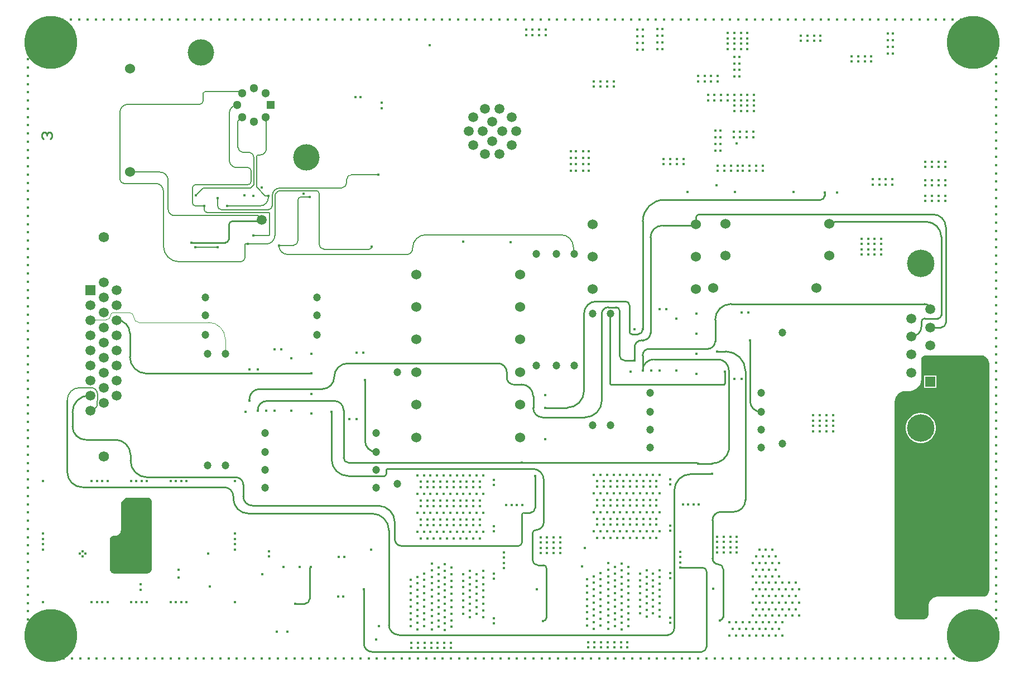
<source format=gbr>
%TF.GenerationSoftware,Altium Limited,Altium Designer,24.2.2 (26)*%
G04 Layer_Physical_Order=3*
G04 Layer_Color=36540*
%FSLAX45Y45*%
%MOMM*%
%TF.SameCoordinates,2C43E8B5-FC8E-40A2-A425-C8743FE8A27F*%
%TF.FilePolarity,Positive*%
%TF.FileFunction,Copper,L3,Inr,Signal*%
%TF.Part,Single*%
G01*
G75*
%TA.AperFunction,Conductor*%
%ADD10C,0.25400*%
%ADD11C,0.10000*%
%ADD12C,0.15000*%
%ADD14C,0.15400*%
%TA.AperFunction,NonConductor*%
%ADD83C,0.25400*%
%TA.AperFunction,ComponentPad*%
%ADD86C,1.30000*%
%ADD87R,1.30000X1.30000*%
%ADD88C,1.50000*%
%ADD89C,1.20000*%
%ADD91R,1.50000X1.50000*%
%ADD92C,1.57500*%
%ADD93C,1.50800*%
%ADD94R,1.50800X1.50800*%
%ADD95C,4.16600*%
%TA.AperFunction,ViaPad*%
%ADD96C,4.00000*%
%ADD97C,8.00000*%
%ADD98C,0.45000*%
%ADD99C,1.50000*%
%TA.AperFunction,ComponentPad*%
%ADD111C,1.52400*%
G36*
X4636600Y4121100D02*
Y4113220D01*
X4633525Y4097764D01*
X4627495Y4083205D01*
X4618740Y4070103D01*
X4607597Y4058959D01*
X4594494Y4050204D01*
X4579935Y4044174D01*
X4564479Y4041100D01*
X4556600D01*
D01*
X4066600D01*
X4059705D01*
X4046181Y4043789D01*
X4033442Y4049066D01*
X4021977Y4056727D01*
X4012227Y4066477D01*
X4004567Y4077942D01*
X3999290Y4090681D01*
X3996600Y4104205D01*
Y4111099D01*
D01*
Y4551100D01*
Y4563034D01*
X4005734Y4585087D01*
X4022612Y4601965D01*
X4044665Y4611099D01*
X4056600D01*
D01*
X4066600D01*
X4076401Y4611581D01*
X4095628Y4615405D01*
X4113739Y4622907D01*
X4130039Y4633798D01*
X4143901Y4647660D01*
X4154792Y4663960D01*
X4162294Y4682071D01*
X4166118Y4701298D01*
X4166600Y4711100D01*
D01*
Y5081100D01*
Y5091933D01*
X4170827Y5113185D01*
X4179119Y5133204D01*
X4191157Y5151220D01*
X4206479Y5166542D01*
X4224495Y5178580D01*
X4244514Y5186872D01*
X4265766Y5191100D01*
X4276600D01*
D01*
X4576600D01*
X4588534D01*
X4610587Y5181965D01*
X4627465Y5165087D01*
X4636600Y5143034D01*
Y5131099D01*
D01*
Y4121100D01*
D02*
G37*
G36*
X17247920Y7345004D02*
X17271577Y7335205D01*
X17292870Y7320977D01*
X17310979Y7302870D01*
X17325204Y7281578D01*
X17335004Y7257919D01*
X17339999Y7232804D01*
Y7220000D01*
Y3790000D01*
Y3780151D01*
X17336157Y3760831D01*
X17328619Y3742632D01*
X17317674Y3726254D01*
X17303746Y3712325D01*
X17287367Y3701381D01*
X17269170Y3693843D01*
X17249849Y3690000D01*
X16560001D01*
X16546277Y3689326D01*
X16519360Y3683972D01*
X16494003Y3673469D01*
X16471185Y3658221D01*
X16451778Y3638815D01*
X16436531Y3615995D01*
X16426028Y3590640D01*
X16420674Y3563722D01*
X16420000Y3550000D01*
Y3440000D01*
Y3430151D01*
X16416158Y3410831D01*
X16408620Y3392632D01*
X16397675Y3376254D01*
X16383746Y3362325D01*
X16367368Y3351381D01*
X16349168Y3343843D01*
X16329849Y3340000D01*
X15990150D01*
X15970831Y3343843D01*
X15952632Y3351381D01*
X15936253Y3362325D01*
X15922325Y3376254D01*
X15911382Y3392632D01*
X15903844Y3410831D01*
X15900000Y3430151D01*
Y3440000D01*
Y6630000D01*
X15900000D01*
Y6647728D01*
X15906917Y6682504D01*
X15920486Y6715262D01*
X15940186Y6744743D01*
X15965257Y6769815D01*
X15994737Y6789514D01*
X16027496Y6803082D01*
X16062271Y6810000D01*
X16080000D01*
X16120000Y6810000D01*
Y6810000D01*
X16138623Y6810915D01*
X16175154Y6818181D01*
X16209566Y6832435D01*
X16240533Y6853128D01*
X16266872Y6879465D01*
X16287566Y6910435D01*
X16301817Y6944846D01*
X16309085Y6981377D01*
X16310001Y7000000D01*
X16310001Y7290000D01*
Y7301935D01*
X16319135Y7323987D01*
X16336012Y7340865D01*
X16358064Y7350000D01*
X17222804D01*
X17247920Y7345004D01*
D02*
G37*
%LPC*%
G36*
X16537399Y7047400D02*
X16346600D01*
Y6856600D01*
X16537399D01*
Y7047400D01*
D02*
G37*
G36*
X16322485Y6478800D02*
X16277515D01*
X16233408Y6470026D01*
X16191859Y6452817D01*
X16154466Y6427832D01*
X16122668Y6396033D01*
X16097684Y6358641D01*
X16080473Y6317093D01*
X16071700Y6272986D01*
Y6228014D01*
X16080473Y6183907D01*
X16097684Y6142360D01*
X16122668Y6104967D01*
X16154466Y6073168D01*
X16191859Y6048183D01*
X16233408Y6030974D01*
X16277515Y6022200D01*
X16322485D01*
X16366592Y6030974D01*
X16408141Y6048183D01*
X16445534Y6073168D01*
X16477332Y6104967D01*
X16502316Y6142360D01*
X16519527Y6183907D01*
X16528300Y6228014D01*
Y6272986D01*
X16519527Y6317093D01*
X16502316Y6358641D01*
X16477332Y6396033D01*
X16445534Y6427832D01*
X16408141Y6452817D01*
X16366592Y6470026D01*
X16322485Y6478800D01*
D02*
G37*
%LPD*%
D10*
X13136000Y5710000D02*
G03*
X13389999Y5914100I-0J260100D01*
G01*
X10580000Y5460000D02*
G03*
X10410000Y5630000I-170000J0D01*
G01*
X10460000Y4700000D02*
G03*
X10580000Y4820000I0J120000D01*
G01*
X10460000Y4700000D02*
G03*
X10410000Y4650000I0J-50000D01*
G01*
X10370000Y4960000D02*
G03*
X10450000Y5040000I0J80000D01*
G01*
X10410000Y4245146D02*
G03*
X10487572Y4167574I77572J0D01*
G01*
X10621214Y4118786D02*
G03*
X10572425Y4167574I-48789J0D01*
G01*
X10280000Y4960000D02*
G03*
X10250000Y4930000I0J-30000D01*
G01*
X10196000Y4460000D02*
G03*
X10250000Y4514000I0J54000D01*
G01*
X8320000Y4816000D02*
G03*
X8066000Y5070000I-254000J0D01*
G01*
X8320000Y4560000D02*
G03*
X8420000Y4460000I100000J0D01*
G01*
X4310000Y5840000D02*
G03*
X4080000Y6070000I-230000J0D01*
G01*
X3684000Y6742800D02*
G03*
X3430000Y6488800I0J-254000D01*
G01*
Y6270000D02*
G03*
X3630000Y6070000I200000J0D01*
G01*
X6020000Y5390000D02*
G03*
X5910000Y5500000I-110000J0D01*
G01*
X6020000Y5210000D02*
G03*
X6160000Y5070000I140000J0D01*
G01*
X4310000Y5754000D02*
G03*
X4564000Y5500000I254000J0D01*
G01*
X12461129Y3110000D02*
G03*
X12560000Y3208871I0J98871D01*
G01*
X13389999Y7120000D02*
G03*
X13220000Y7290000I-170000J0D01*
G01*
X4300000Y7685800D02*
G03*
X4100000Y7885800I-200000J0D01*
G01*
X4300000Y7328002D02*
G03*
X4554000Y7074002I254000J0D01*
G01*
X5748021Y7374003D02*
G03*
X5738021Y7364003I0J-10000D01*
G01*
X11953107Y7270000D02*
G03*
X11955501Y7272393I0J2393D01*
G01*
X11730000Y7350000D02*
G03*
X11810000Y7270000I80000J0D01*
G01*
X11730000Y8030000D02*
G03*
X11680000Y8080000I-50000J0D01*
G01*
X11560000D02*
G03*
X11460000Y7980000I0J-100000D01*
G01*
X11206000Y6410000D02*
G03*
X11460000Y6664000I0J254000D01*
G01*
X10420000Y6550000D02*
G03*
X10560000Y6410000I140000J0D01*
G01*
X10420000Y6730000D02*
G03*
X10240000Y6910000I-180000J0D01*
G01*
X10020000Y7010000D02*
G03*
X10120000Y6910000I100000J0D01*
G01*
X10020000Y7090000D02*
G03*
X9880000Y7230000I-140000J0D01*
G01*
X7610000D02*
G03*
X7400000Y7020000I0J-210000D01*
G01*
X7220000Y6840000D02*
G03*
X7400000Y7020000I0J180000D01*
G01*
X6270000Y6840000D02*
G03*
X6113521Y6683522I0J-156478D01*
G01*
X3350000Y5580000D02*
G03*
X3580000Y5350000I230000J0D01*
G01*
X5870000Y5210000D02*
G03*
X5730000Y5350000I-140000J0D01*
G01*
X5870000Y5180000D02*
G03*
X6100000Y4950000I230000J0D01*
G01*
X8230000Y4696000D02*
G03*
X7976000Y4950000I-254000J0D01*
G01*
X8230000Y3260000D02*
G03*
X8380000Y3110000I150000J0D01*
G01*
X12814000Y5550000D02*
G03*
X12560000Y5296000I0J-254000D01*
G01*
X13266324Y4975650D02*
G03*
X13139999Y4849325I0J-126324D01*
G01*
X7850000Y2979999D02*
G03*
X7980000Y2849999I130000J0D01*
G01*
X13050000Y4070000D02*
G03*
X12989999Y4130000I-60000J0D01*
G01*
X12970000Y2850000D02*
G03*
X13050000Y2930000I0J80000D01*
G01*
X10571214Y3321212D02*
G03*
X10621214Y3371212I0J50000D01*
G01*
X12006894Y7670000D02*
G03*
X12082501Y7745607I0J75607D01*
G01*
X11880000Y7710000D02*
G03*
X11920000Y7670000I40000J0D01*
G01*
X11880000Y8110000D02*
G03*
X11820000Y8170000I-60000J0D01*
G01*
X11380000D02*
G03*
X11190000Y7980000I0J-190000D01*
G01*
X10936000Y6556979D02*
G03*
X11190000Y6810979I0J254000D01*
G01*
X7360000Y5774000D02*
G03*
X7614000Y5520000I254000J0D01*
G01*
X8160000D02*
G03*
X8190000Y5550000I0J30000D01*
G01*
X8210000Y5630000D02*
G03*
X8190000Y5610000I0J-20000D01*
G01*
X7542621Y5797379D02*
G03*
X7620000Y5720000I77379J0D01*
G01*
X6384018Y6660000D02*
G03*
X6238021Y6514002I0J-145997D01*
G01*
X7542621Y6519402D02*
G03*
X7402023Y6660000I-140598J0D01*
G01*
X16442000Y8048000D02*
G03*
X16360001Y8130000I-82000J0D01*
G01*
X13420000D02*
G03*
X13180000Y7890000I0J-240000D01*
G01*
X13070000Y7450000D02*
G03*
X13180000Y7560000I0J110000D01*
G01*
X12180000Y7450000D02*
G03*
X12080000Y7350000I0J-100000D01*
G01*
X12250000Y7290000D02*
G03*
X12080000Y7120000I0J-170000D01*
G01*
X7868021Y6054003D02*
G03*
X8038021Y5884002I170000J0D01*
G01*
X10198021Y8554002D02*
G03*
X10218021Y8574002I0J20000D01*
G01*
X13460001Y4975650D02*
G03*
X13639999Y5155650I0J180000D01*
G01*
Y7110000D02*
G03*
X13339999Y7410000I-300000J0D01*
G01*
X13300000Y4110000D02*
G03*
X13230000Y4180000I-70000J0D01*
G01*
X13139999Y4270000D02*
G03*
X13230000Y4180000I90000J0D01*
G01*
X11590000Y7980000D02*
G03*
X11580000Y7970000I0J-10000D01*
G01*
X5870000Y9390000D02*
G03*
X5800000Y9320000I0J-70000D01*
G01*
X5750000Y9060000D02*
G03*
X5800000Y9110000I0J50000D01*
G01*
X16608936Y7774000D02*
G03*
X16680000Y7845065I0J71065D01*
G01*
X16150999Y7630000D02*
G03*
X16158000Y7637000I0J7000D01*
G01*
D02*
G03*
X16310001Y7789000I0J152000D01*
G01*
X16360001Y7910000D02*
G03*
X16310001Y7860000I0J-50000D01*
G01*
X16562045Y7910000D02*
G03*
X16610001Y7957955I0J47955D01*
G01*
X16680000Y9295094D02*
G03*
X16485094Y9490000I-194906J0D01*
G01*
X16610001Y9150000D02*
G03*
X16383099Y9376900I-226900J0D01*
G01*
X12942720Y9490000D02*
G03*
X12889999Y9437280I0J-52720D01*
G01*
X13250000Y3330000D02*
G03*
X13300000Y3380000I0J50000D01*
G01*
X13710001Y6660000D02*
G03*
X13880000Y6490000I170000J0D01*
G01*
X12870000Y9320000D02*
G03*
X12889999Y9340000I0J20000D01*
G01*
X12406500Y9710000D02*
G03*
X12082501Y9386000I0J-324000D01*
G01*
X14780000Y9710000D02*
G03*
X14839999Y9770000I0J60000D01*
G01*
X12380000Y9320000D02*
G03*
X12200000Y9140000I0J-180000D01*
G01*
X12090000Y7580000D02*
G03*
X12200000Y7690000I0J110000D01*
G01*
X12070000Y7580000D02*
G03*
X11955501Y7465501I0J-114499D01*
G01*
X7050000Y4140000D02*
G03*
X7030000Y4120000I0J-20000D01*
G01*
X6950000Y3580000D02*
G03*
X7030000Y3660000I0J80000D01*
G01*
X7850000Y2979999D02*
Y3800000D01*
X10250000Y5720000D02*
X12904697D01*
X7620000D02*
X10250000D01*
X12920000Y5710000D02*
X13136000D01*
X12914696D02*
X12920000D01*
X5870000Y9390000D02*
X6282500D01*
X10580000Y4820000D02*
Y5460000D01*
X10410000Y4245146D02*
Y4650000D01*
X10450000Y5040000D02*
Y5520000D01*
X10487572Y4167574D02*
X10572425D01*
X10280000Y4960000D02*
X10370000D01*
X10250000Y4514000D02*
Y4930000D01*
X8420000Y4460000D02*
X10196000D01*
X6160000Y5070000D02*
X8066000D01*
X8320000Y4560000D02*
Y4816000D01*
X3684000Y6742800D02*
X3704000D01*
X3630000Y6070000D02*
X4080000D01*
X3430000Y6270000D02*
Y6488800D01*
X6020000Y5210000D02*
Y5390000D01*
X4310000Y5754000D02*
Y5840000D01*
X4564000Y5500000D02*
X5910000D01*
X10621214Y3371212D02*
Y4118786D01*
X8380000Y3110000D02*
X12461129D01*
X12560000Y3208871D02*
Y5296000D01*
X13389999Y5914100D02*
Y7120000D01*
X13330000Y6924879D02*
Y7100000D01*
X11594879Y6910000D02*
X13315121D01*
X13330000Y6924879D01*
X12080000Y7120000D02*
Y7350000D01*
X4300000Y7328002D02*
Y7685800D01*
X4554000Y7074002D02*
X7058021D01*
X10604002Y6556979D02*
X10936000D01*
X11955501Y7272393D02*
Y7465501D01*
X11810000Y7270000D02*
X11953107D01*
X11730000Y7350000D02*
Y8030000D01*
X11560000Y8080000D02*
X11680000D01*
X11460000Y6664000D02*
Y7980000D01*
X10560000Y6410000D02*
X11206000D01*
X10420000Y6550000D02*
Y6730000D01*
X10120000Y6910000D02*
X10240000D01*
X10020000Y7010000D02*
Y7090000D01*
X7610000Y7230000D02*
X9880000D01*
X6270000Y6840000D02*
X7220000D01*
X6113521Y6666396D02*
Y6683522D01*
X11190000Y6810979D02*
Y7980000D01*
X11580000Y6924879D02*
Y7970000D01*
X3350000Y5580000D02*
Y6670000D01*
X3580000Y5350000D02*
X5730000D01*
X5870000Y5180000D02*
Y5210000D01*
X6100000Y4950000D02*
X7976000D01*
X8230000Y3260000D02*
Y4696000D01*
X12814000Y5550000D02*
X13130000D01*
X7980000Y2849999D02*
X12970000Y2850000D01*
X12650000Y4130000D02*
X12989999D01*
X13050000Y2930000D02*
Y4070000D01*
X12082501Y7745607D02*
Y9386000D01*
X11920000Y7670000D02*
X12006894D01*
X11880000Y7710000D02*
Y8110000D01*
X11380000Y8170000D02*
X11820000D01*
X7360000Y5774000D02*
Y6490000D01*
X7614000Y5520000D02*
X8160000D01*
X8190000Y5550000D02*
Y5610000D01*
X8210000Y5630000D02*
X10410000D01*
X6384018Y6660000D02*
X7402023D01*
X12904697Y5720000D02*
X12914696Y5710000D01*
X7542621Y5797379D02*
Y6519402D01*
X13420000Y8130000D02*
X16360001D01*
X13180000Y7560000D02*
Y7890000D01*
X12250000Y7290000D02*
X13220000D01*
X12180000Y7450000D02*
X13070000D01*
X7868021Y6054003D02*
Y6974003D01*
X5478021Y5684003D02*
X5490200D01*
X10218021Y8574002D02*
X10220162Y8576143D01*
X13266324Y4975650D02*
X13460001D01*
X13139999Y4270000D02*
Y4849325D01*
X13639999Y5423848D02*
Y7110000D01*
X13210001Y7410000D02*
X13339999D01*
X13300000Y3380000D02*
Y4110000D01*
X13639999Y5155650D02*
Y5423847D01*
X11580000Y6924879D02*
X11594879Y6910000D01*
X6282500Y9390000D02*
X6300000Y9407500D01*
X5800000Y9110000D02*
Y9320000D01*
X5230000Y9060000D02*
X5750000D01*
X16680000Y7845065D02*
Y9295094D01*
X16442000Y7774000D02*
X16608936D01*
X16310001Y7789000D02*
Y7860000D01*
X16360001Y7910000D02*
X16562045D01*
X16610001Y7957955D02*
Y9150000D01*
X12942720Y9490000D02*
X16485094D01*
X14988379Y9376900D02*
X16383099D01*
X14985779Y9374300D02*
X14988379Y9376900D01*
X14910001Y9350000D02*
X14934300Y9374300D01*
X14985779D01*
X12889999Y9340000D02*
X12892142Y9342141D01*
X11320000Y6290000D02*
X11332179D01*
X13710001Y6660000D02*
Y7580000D01*
X12380000Y9320000D02*
X12870000D01*
X12889999Y9340000D02*
Y9437280D01*
X12406500Y9710000D02*
X14780000D01*
X14839999Y9770000D02*
Y9820000D01*
X12200000Y7690000D02*
Y9140000D01*
X12070000Y7580000D02*
X12090000D01*
X6810000Y3580000D02*
X6950000D01*
X7030000Y3660000D02*
Y4120000D01*
D11*
X4360000Y7930000D02*
G03*
X4440000Y7850000I80000J0D01*
G01*
X3708200Y7890000D02*
G03*
X3704000Y7885800I0J-4200D01*
G01*
X3940000Y7890000D02*
G03*
X4010000Y7960000I0J70000D01*
G01*
X4050000Y8000000D02*
G03*
X4010000Y7960000I0J-40000D01*
G01*
X4360000Y7930000D02*
G03*
X4290000Y8000000I-70000J0D01*
G01*
X5748021Y7596000D02*
G03*
X5494021Y7850000I-254000J0D01*
G01*
X4440000D02*
X5494021D01*
X3708200Y7890000D02*
X3940000D01*
X4050000Y8000000D02*
X4290000D01*
X5748021Y7374003D02*
Y7596000D01*
D12*
X6560000Y9020000D02*
G03*
X6700000Y8880000I140000J0D01*
G01*
X5980000Y8770000D02*
G03*
X6050000Y8840000I0J70000D01*
G01*
X6275564Y10390000D02*
G03*
X6370000Y10484436I0J94436D01*
G01*
X6250000Y10390000D02*
G03*
X6222500Y10362500I0J-27500D01*
G01*
X6180000Y10360000D02*
G03*
X6110000Y10430000I-70000J0D01*
G01*
X3704000Y6514000D02*
G03*
X3804724Y6586974I0J106000D01*
G01*
X3808695Y6670932D02*
G03*
X3810000Y6676964I-13695J6119D01*
G01*
Y6760000D02*
G03*
X3710000Y6860000I-100000J0D01*
G01*
X3808695Y6670932D02*
G03*
X3804705Y6596252I93305J-42432D01*
G01*
X3804724Y6586974D02*
G03*
X3804705Y6596252I-14274J4610D01*
G01*
X3540000Y6860000D02*
G03*
X3350000Y6670000I0J-190000D01*
G01*
X8790000Y9180000D02*
G03*
X8590000Y8980000I0J-200000D01*
G01*
X8500000Y8880000D02*
G03*
X8590000Y8970000I0J90000D01*
G01*
X11030000Y8990000D02*
G03*
X10840000Y9180000I-190000J0D01*
G01*
X6890000Y9750000D02*
G03*
X6850000Y9710000I0J-40000D01*
G01*
X11030000Y8900000D02*
G03*
X11040000Y8890000I10000J0D01*
G01*
X6780000Y9020000D02*
G03*
X6850000Y9090000I0J70000D01*
G01*
X7170000Y9040000D02*
G03*
X7250000Y8960000I80000J0D01*
G01*
X7930000D02*
G03*
X7970000Y9000000I0J40000D01*
G01*
X7170000Y9810000D02*
G03*
X7130000Y9850000I-40000J0D01*
G01*
X5440000Y11350000D02*
G03*
X5410000Y11320000I0J-30000D01*
G01*
X5360000Y11160000D02*
G03*
X5410000Y11210000I0J50000D01*
G01*
X6590000Y9850000D02*
G03*
X6500000Y9760000I0J-90000D01*
G01*
X6370000Y9040000D02*
G03*
X6500000Y9170000I0J130000D01*
G01*
X6002395Y11326605D02*
G03*
X5979000Y11350000I-23395J0D01*
G01*
X4810000Y9010000D02*
G03*
X5050000Y8770000I240000J0D01*
G01*
X4270000Y11160000D02*
G03*
X4150000Y11040000I0J-120000D01*
G01*
X4810000Y9840000D02*
G03*
X4690000Y9960000I-120000J0D01*
G01*
X4150000Y10020000D02*
G03*
X4210000Y9960000I60000J0D01*
G01*
X5430000Y9560000D02*
G03*
X5470000Y9520000I40000J0D01*
G01*
X6090000Y9940000D02*
G03*
X6140000Y9990000I0J50000D01*
G01*
Y10150000D02*
G03*
X6090000Y10200000I-50000J0D01*
G01*
X5928000Y11147000D02*
G03*
X5810000Y11029000I0J-118000D01*
G01*
Y10310000D02*
G03*
X5920000Y10200000I110000J0D01*
G01*
X5300000Y9940000D02*
G03*
X5250000Y9890000I0J-50000D01*
G01*
Y9660000D02*
G03*
X5290000Y9620000I40000J0D01*
G01*
X4880000Y10010000D02*
G03*
X4760000Y10130000I-120000J0D01*
G01*
X4880000Y9570000D02*
G03*
X4980000Y9470000I100000J0D01*
G01*
X5297500Y8994879D02*
G03*
X5302379Y8990000I4879J0D01*
G01*
X5940000Y10510000D02*
G03*
X6020000Y10430000I80000J0D01*
G01*
X6370000Y10959000D02*
G03*
X6361605Y10967395I-8395J0D01*
G01*
X6560000Y9020000D02*
X6780000D01*
X6050000Y8840000D02*
Y9040000D01*
X6370000D01*
X6250000Y10390000D02*
X6275564D01*
X6222500Y9906790D02*
Y10362500D01*
Y9906790D02*
X6355000Y9774290D01*
X6395710D01*
X6400000Y9770000D01*
X6130000Y9890000D02*
X6180000Y9940000D01*
Y10360000D01*
X3716627Y6570441D02*
X3717160Y6572824D01*
X3715488Y6565349D02*
X3716627Y6570441D01*
X3704000Y6514000D02*
X3715488Y6565349D01*
X3716627Y6570441D02*
X3717160Y6572823D01*
X3715487Y6565349D02*
X3716627Y6570441D01*
X3715488Y6565349D02*
X3722962Y6572823D01*
X3715487Y6565349D02*
X3715488Y6565349D01*
X3810000Y6676964D02*
Y6760000D01*
X3722962Y6572823D02*
X3726293Y6572824D01*
X3540000Y6860000D02*
X3710000D01*
X6700000Y8880000D02*
X8500000D01*
X8790000Y9180000D02*
X10840000D01*
X8590000Y8970000D02*
Y8980000D01*
X8500000Y8880000D02*
X8510000D01*
X6890000Y9750000D02*
X7030000D01*
X6850000Y9090000D02*
Y9710000D01*
X11030000Y8900000D02*
Y8990000D01*
X7250000Y8960000D02*
X7930000D01*
X7170000Y9040000D02*
Y9810000D01*
X5440000Y11350000D02*
X5979000D01*
X5410000Y11210000D02*
Y11320000D01*
X4270000Y11160000D02*
X5360000D01*
X6590000Y9850000D02*
X7130000D01*
X6500000Y9170000D02*
Y9760000D01*
X5050000Y8770000D02*
X5980000D01*
X4810000Y9010000D02*
Y9840000D01*
X4150000Y10020000D02*
Y11040000D01*
X4210000Y9960000D02*
X4690000D01*
X5470000Y9520000D02*
X6411213D01*
X4980000Y9470000D02*
X6240000D01*
X6420000Y9178787D02*
Y9511213D01*
X6411213Y9520000D02*
X6420000Y9511213D01*
X6240000Y9470000D02*
X6300000Y9410000D01*
Y9407500D02*
Y9410000D01*
X6170000Y9170000D02*
X6411213D01*
X6420000Y9178787D01*
X5920000Y10200000D02*
X6090000D01*
X6140000Y9990000D02*
Y10150000D01*
X5810000Y10310000D02*
Y11029000D01*
X5300000Y9940000D02*
X6090000D01*
X5250000Y9660000D02*
Y9890000D01*
X5290000Y9620000D02*
X5430000D01*
Y9560000D02*
Y9620000D01*
X4300000Y10130000D02*
X4760000D01*
X4880000Y9570000D02*
Y10010000D01*
X5302379Y8990000D02*
X5630000D01*
X5940000Y10510000D02*
Y10905000D01*
X6002395Y10967395D01*
X6370000Y10484436D02*
Y10959000D01*
X5411213Y9890000D02*
X6130000D01*
X6020000Y10430000D02*
X6110000D01*
X5350000Y9828787D02*
X5411213Y9890000D01*
X5300000Y9780000D02*
X5348787Y9828787D01*
X5350000D01*
D14*
X7660000Y10090000D02*
G03*
X7590000Y10020000I0J-70000D01*
G01*
X7510000Y9890000D02*
G03*
X7590000Y9970000I0J80000D01*
G01*
X6580000Y9890000D02*
G03*
X6460000Y9770000I0J-120000D01*
G01*
X6400000Y9560000D02*
G03*
X6460000Y9620000I0J60000D01*
G01*
X5632500Y9617500D02*
G03*
X5690000Y9560000I57500J0D01*
G01*
X6280000Y9620000D02*
G03*
X6400000Y9740000I0J120000D01*
G01*
X7660000Y10090000D02*
X8070000D01*
X7590000Y9970000D02*
Y10020000D01*
X6580000Y9890000D02*
X7510000D01*
X6460000Y9620000D02*
Y9770000D01*
X5690000Y9560000D02*
X6400000D01*
X5632500Y9617500D02*
Y9737500D01*
X5780000Y9620000D02*
X6280000D01*
X6400000Y9740000D02*
Y9770000D01*
D83*
X2987641Y10635400D02*
X2962249Y10660792D01*
Y10711575D01*
X2987641Y10736967D01*
X3013033D01*
X3038424Y10711575D01*
Y10686183D01*
Y10711575D01*
X3063816Y10736967D01*
X3089208D01*
X3114600Y10711575D01*
Y10660792D01*
X3089208Y10635400D01*
D86*
X6182000Y11401000D02*
D03*
Y10893000D02*
D03*
X5928000Y11147000D02*
D03*
X6002395Y11326605D02*
D03*
X6361605D02*
D03*
X6002395Y10967395D02*
D03*
X6361605D02*
D03*
D87*
X6436000Y11147000D02*
D03*
D88*
X10091246Y10538397D02*
D03*
X9911246Y10407620D02*
D03*
X9688754D02*
D03*
X9508754Y10538397D02*
D03*
Y10961603D02*
D03*
X9688754Y11092380D02*
D03*
X10091246Y10961603D02*
D03*
X9911246Y11092380D02*
D03*
X9800000Y10900000D02*
D03*
Y10600000D02*
D03*
X9650000Y10750000D02*
D03*
X9440000D02*
D03*
X10160000D02*
D03*
X9950000D02*
D03*
X3704000Y8114400D02*
D03*
Y7885800D02*
D03*
Y7657200D02*
D03*
Y7428600D02*
D03*
Y7200000D02*
D03*
Y6971400D02*
D03*
Y6742800D02*
D03*
Y6514000D02*
D03*
X3902000Y8457300D02*
D03*
Y8228700D02*
D03*
Y8000100D02*
D03*
Y7771500D02*
D03*
Y7542900D02*
D03*
Y7314300D02*
D03*
Y7085700D02*
D03*
Y6857100D02*
D03*
Y6628500D02*
D03*
X4100000Y8343000D02*
D03*
Y8114400D02*
D03*
Y7885800D02*
D03*
Y7657200D02*
D03*
Y7428600D02*
D03*
Y7200000D02*
D03*
Y6971400D02*
D03*
Y6742800D02*
D03*
D89*
X5748021Y5684003D02*
D03*
Y7374003D02*
D03*
X8038021Y5614002D02*
D03*
X6348021D02*
D03*
X7135997Y7660000D02*
D03*
X5445997D02*
D03*
X5445998Y7960000D02*
D03*
X7135998D02*
D03*
X5445998Y8230001D02*
D03*
X7135998D02*
D03*
X5478021Y5684003D02*
D03*
Y7374003D02*
D03*
X8358021Y7094002D02*
D03*
Y5404002D02*
D03*
X6348021Y6174002D02*
D03*
X8038021D02*
D03*
Y5344002D02*
D03*
X6348021D02*
D03*
X8038021Y5884002D02*
D03*
X6348021D02*
D03*
X12190000Y6220000D02*
D03*
X13880000D02*
D03*
X12190000Y5950000D02*
D03*
X13880000D02*
D03*
X11320000Y6290000D02*
D03*
Y7980000D02*
D03*
X12190000Y6780000D02*
D03*
X13880000D02*
D03*
X14200000Y7700000D02*
D03*
Y6010000D02*
D03*
X11590000Y6290000D02*
D03*
Y7980000D02*
D03*
X10770000Y8890000D02*
D03*
Y7200000D02*
D03*
X11040000Y8890000D02*
D03*
Y7200000D02*
D03*
X10470000Y7200000D02*
D03*
Y8890000D02*
D03*
X13880000Y6490000D02*
D03*
X12190000D02*
D03*
D91*
X3704000Y8343000D02*
D03*
D92*
X3902000Y9145000D02*
D03*
Y5813000D02*
D03*
D93*
X16158000Y7911000D02*
D03*
Y7637000D02*
D03*
Y7363000D02*
D03*
Y7089000D02*
D03*
X16442000Y8048000D02*
D03*
Y7774000D02*
D03*
Y7500000D02*
D03*
Y7226000D02*
D03*
D94*
Y6952000D02*
D03*
D95*
X16300000Y8749500D02*
D03*
Y6250500D02*
D03*
D96*
X6978470Y10353194D02*
D03*
X5382000Y11947000D02*
D03*
D97*
X17100000Y12100000D02*
D03*
Y3100000D02*
D03*
X3100000D02*
D03*
Y12100000D02*
D03*
D98*
X11340000Y11510000D02*
D03*
X11440000D02*
D03*
X11540000D02*
D03*
X11640000D02*
D03*
X11440000D02*
D03*
X11540000D02*
D03*
X11640000D02*
D03*
X11340000Y11430000D02*
D03*
X11440000D02*
D03*
X11540000D02*
D03*
X11640000D02*
D03*
X11440000D02*
D03*
X11540000D02*
D03*
X11640000D02*
D03*
X11440000D02*
D03*
X11540000D02*
D03*
X11640000D02*
D03*
X8850000Y12060000D02*
D03*
X13200000Y9930000D02*
D03*
X14400008Y3900002D02*
D03*
X14450008Y3800002D02*
D03*
X14400008Y3700002D02*
D03*
X14450008Y3600002D02*
D03*
X14400008Y3500002D02*
D03*
X14450008Y3400002D02*
D03*
X14300008Y3900002D02*
D03*
X14350008Y3800002D02*
D03*
X14300008Y3700002D02*
D03*
X14350008Y3600002D02*
D03*
X14300008Y3500002D02*
D03*
X14350008Y3400002D02*
D03*
X14200008Y3900002D02*
D03*
X14250008Y3800002D02*
D03*
X14200008Y3700002D02*
D03*
X14250008Y3600002D02*
D03*
X14200008Y3500002D02*
D03*
X14250008Y3400002D02*
D03*
X14200008Y3300002D02*
D03*
Y3100002D02*
D03*
X14100008Y4300002D02*
D03*
X14150008Y4200002D02*
D03*
X14100008Y4100002D02*
D03*
X14150008Y4000002D02*
D03*
X14100008Y3900002D02*
D03*
X14150008Y3800002D02*
D03*
X14100008Y3700002D02*
D03*
X14150008Y3600002D02*
D03*
X14100008Y3500002D02*
D03*
X14150008Y3400002D02*
D03*
X14100008Y3300002D02*
D03*
X14150008Y3200002D02*
D03*
X14100008Y3100002D02*
D03*
X14050008Y4400002D02*
D03*
X14000008Y4300002D02*
D03*
X14050008Y4200002D02*
D03*
X14000008Y4100002D02*
D03*
X14050008Y4000002D02*
D03*
X14000008Y3900002D02*
D03*
X14050008Y3800002D02*
D03*
X14000008Y3700002D02*
D03*
X14050008Y3600002D02*
D03*
X14000008Y3500002D02*
D03*
X14050008Y3400002D02*
D03*
X14000008Y3300002D02*
D03*
X14050008Y3200002D02*
D03*
X14000008Y3100002D02*
D03*
X13950008Y4400002D02*
D03*
X13900008Y4300002D02*
D03*
X13950008Y4200002D02*
D03*
X13900008Y4100002D02*
D03*
X13950008Y4000002D02*
D03*
X13900008Y3900002D02*
D03*
X13950008Y3800002D02*
D03*
X13900008Y3700002D02*
D03*
X13950008Y3600002D02*
D03*
X13900008Y3500002D02*
D03*
X13950008Y3400002D02*
D03*
X13900008Y3300002D02*
D03*
X13950008Y3200002D02*
D03*
X13900008Y3100002D02*
D03*
X13850008Y4400002D02*
D03*
X13800008Y4300002D02*
D03*
X13850008Y4200002D02*
D03*
X13800008Y4100002D02*
D03*
X13850008Y4000002D02*
D03*
X13800008Y3900002D02*
D03*
X13850008Y3800002D02*
D03*
X13800008Y3700002D02*
D03*
X13850008Y3600002D02*
D03*
X13800008Y3500002D02*
D03*
X13850008Y3400002D02*
D03*
X13800008Y3300002D02*
D03*
X13850008Y3200002D02*
D03*
X13800008Y3100002D02*
D03*
X13750008Y4200002D02*
D03*
Y4000002D02*
D03*
Y3800002D02*
D03*
Y3600002D02*
D03*
Y3400002D02*
D03*
X13700008Y3300002D02*
D03*
X13750008Y3200002D02*
D03*
X13700008Y3100002D02*
D03*
X13600008Y3300002D02*
D03*
X13650008Y3200002D02*
D03*
X13600008Y3100002D02*
D03*
X13500008Y3300002D02*
D03*
X13550008Y3200002D02*
D03*
X13500008Y3100002D02*
D03*
X13400008Y3300002D02*
D03*
X13450008Y3200002D02*
D03*
X13400008Y3100002D02*
D03*
X4586600Y4261100D02*
D03*
Y4191100D02*
D03*
X4556600Y4131100D02*
D03*
X4486600D02*
D03*
X4426600D02*
D03*
X4366600D02*
D03*
X4306600D02*
D03*
X4246600D02*
D03*
X4186600D02*
D03*
X4126600D02*
D03*
X4076600Y4161100D02*
D03*
X4056600Y4221100D02*
D03*
Y4281100D02*
D03*
Y4341100D02*
D03*
Y4401100D02*
D03*
Y4461100D02*
D03*
Y4521100D02*
D03*
X4106600Y4561100D02*
D03*
X4156600Y4601100D02*
D03*
X4206600Y4641100D02*
D03*
X4236600Y4691100D02*
D03*
Y4751099D02*
D03*
Y4811100D02*
D03*
Y4871099D02*
D03*
Y4931100D02*
D03*
Y4991099D02*
D03*
Y5051100D02*
D03*
X4266600Y5101100D02*
D03*
X4316600Y5131099D02*
D03*
X4376600D02*
D03*
X4436600D02*
D03*
X4496600D02*
D03*
X4556600D02*
D03*
X4586600Y5091100D02*
D03*
Y5031100D02*
D03*
Y4971100D02*
D03*
Y4911100D02*
D03*
Y4851100D02*
D03*
Y4791100D02*
D03*
Y4731100D02*
D03*
Y4671100D02*
D03*
Y4611099D02*
D03*
Y4551100D02*
D03*
Y4491099D02*
D03*
Y4431100D02*
D03*
Y4371099D02*
D03*
Y4311100D02*
D03*
X12500000Y3290000D02*
D03*
X13330000Y7100000D02*
D03*
X12214261Y7124100D02*
D03*
X12080000Y7120000D02*
D03*
X8121000Y11181900D02*
D03*
X10604002Y6556979D02*
D03*
Y6746979D02*
D03*
X11900000Y7100000D02*
D03*
X3800000Y5440000D02*
D03*
X3960000D02*
D03*
X4480000D02*
D03*
X5000000D02*
D03*
X5080000D02*
D03*
X4400000D02*
D03*
X4560000D02*
D03*
X12500000Y3370000D02*
D03*
X12672544Y2753116D02*
D03*
X12547544D02*
D03*
X12340000Y3590000D02*
D03*
X12240000Y3640000D02*
D03*
X12500000Y4050000D02*
D03*
Y3970000D02*
D03*
Y4770000D02*
D03*
X12650000Y4210000D02*
D03*
Y4370000D02*
D03*
Y4290000D02*
D03*
Y4130000D02*
D03*
X12930000Y5090000D02*
D03*
X12850000D02*
D03*
X12500000Y5470000D02*
D03*
Y5390000D02*
D03*
X12290000Y5440000D02*
D03*
X9661214Y5531212D02*
D03*
X10450000Y5520000D02*
D03*
X10631214Y4351213D02*
D03*
Y4431212D02*
D03*
Y4511212D02*
D03*
Y4591212D02*
D03*
X10531214Y4351213D02*
D03*
Y4431212D02*
D03*
Y4511212D02*
D03*
Y4591212D02*
D03*
X13130000Y5550000D02*
D03*
X6310000Y4030000D02*
D03*
X6085200Y9040000D02*
D03*
X6940000Y9800000D02*
D03*
X6880000Y4140000D02*
D03*
X11200000Y4430000D02*
D03*
X11160000Y4150000D02*
D03*
X6632900Y4140000D02*
D03*
X7360000Y6490000D02*
D03*
X16139999Y3540000D02*
D03*
X16039999D02*
D03*
X16239999Y3460000D02*
D03*
X16139999D02*
D03*
X16039999D02*
D03*
X16239999Y3540000D02*
D03*
X15939999D02*
D03*
Y3460000D02*
D03*
X16239999Y3700000D02*
D03*
X16039999D02*
D03*
X16239999Y3620000D02*
D03*
X16139999D02*
D03*
Y3700000D02*
D03*
X15939999D02*
D03*
X16039999Y3620000D02*
D03*
X15939999D02*
D03*
X5898000Y5440000D02*
D03*
X2982000D02*
D03*
Y3610000D02*
D03*
X5898000D02*
D03*
X10080000Y9070000D02*
D03*
X7970000Y9000000D02*
D03*
X9358021Y9074002D02*
D03*
X7960000Y4400000D02*
D03*
X12590000Y7120000D02*
D03*
X10171214Y5081212D02*
D03*
X10251214D02*
D03*
X10011214D02*
D03*
X10831214Y4591212D02*
D03*
X10731214Y4511212D02*
D03*
Y4431212D02*
D03*
X10831214Y4351213D02*
D03*
X10731214D02*
D03*
X9971214Y4361212D02*
D03*
Y4121212D02*
D03*
Y4201212D02*
D03*
Y4281212D02*
D03*
X8571214Y2991212D02*
D03*
X8671214D02*
D03*
X8871214D02*
D03*
X9071214D02*
D03*
X8971214D02*
D03*
X8571214Y2911212D02*
D03*
X8671214D02*
D03*
X8871214D02*
D03*
X8771214D02*
D03*
X9071214D02*
D03*
X8971214D02*
D03*
X10571214Y3321212D02*
D03*
X9821214Y5461212D02*
D03*
Y5381212D02*
D03*
Y4761212D02*
D03*
Y4681212D02*
D03*
Y3961212D02*
D03*
Y4041212D02*
D03*
Y3281212D02*
D03*
Y3361212D02*
D03*
X8881214Y3491212D02*
D03*
Y3991212D02*
D03*
Y3891212D02*
D03*
Y3791212D02*
D03*
Y3591212D02*
D03*
Y3691212D02*
D03*
Y3391212D02*
D03*
Y3191212D02*
D03*
Y4091212D02*
D03*
Y4191212D02*
D03*
X8561214Y3541212D02*
D03*
Y3841213D02*
D03*
Y3741212D02*
D03*
Y3641212D02*
D03*
Y3441212D02*
D03*
Y3341212D02*
D03*
Y3241212D02*
D03*
Y3941213D02*
D03*
X8761214Y3841213D02*
D03*
Y3641212D02*
D03*
X8661214Y3891213D02*
D03*
Y3691213D02*
D03*
X8761214Y3541212D02*
D03*
X8661214Y3591213D02*
D03*
X8761214Y3741212D02*
D03*
X8661214Y3791213D02*
D03*
X8761214Y3441212D02*
D03*
X8661214Y3191212D02*
D03*
Y3391212D02*
D03*
X8761214Y3341212D02*
D03*
X8661214Y3491212D02*
D03*
X8761214Y3241212D02*
D03*
X8661214Y3291212D02*
D03*
X8761214Y3941213D02*
D03*
Y4041213D02*
D03*
X8661214Y3991213D02*
D03*
X8981214Y3631212D02*
D03*
Y3931213D02*
D03*
Y3431212D02*
D03*
Y3831213D02*
D03*
Y4031213D02*
D03*
Y3531212D02*
D03*
Y4131213D02*
D03*
Y3731213D02*
D03*
X9181214Y4131213D02*
D03*
Y4031213D02*
D03*
X9081214Y3781213D02*
D03*
Y3881213D02*
D03*
Y3981213D02*
D03*
Y4181213D02*
D03*
Y4081213D02*
D03*
Y3481212D02*
D03*
Y3581213D02*
D03*
Y3681213D02*
D03*
X9181214Y3231212D02*
D03*
Y3331212D02*
D03*
X9081214Y3381212D02*
D03*
Y3181212D02*
D03*
Y3281212D02*
D03*
X8981214Y3331212D02*
D03*
Y3231212D02*
D03*
X9181214Y3731213D02*
D03*
Y3431212D02*
D03*
Y3831213D02*
D03*
Y3631212D02*
D03*
Y3931213D02*
D03*
Y3531212D02*
D03*
X9661214Y3781212D02*
D03*
Y4081212D02*
D03*
Y3981212D02*
D03*
Y3881212D02*
D03*
Y3681212D02*
D03*
Y3381212D02*
D03*
Y3581212D02*
D03*
Y3481212D02*
D03*
X9461214Y3381212D02*
D03*
X9361214Y3731212D02*
D03*
X9561214Y3531212D02*
D03*
Y3431212D02*
D03*
X9461214Y3681212D02*
D03*
X9361214Y3631212D02*
D03*
Y3531212D02*
D03*
Y3431212D02*
D03*
X9561214Y3731212D02*
D03*
Y3631212D02*
D03*
X9461214Y3481212D02*
D03*
Y3581212D02*
D03*
X9361214Y4031212D02*
D03*
X9561214D02*
D03*
X9461214Y3981212D02*
D03*
Y3781212D02*
D03*
Y4081212D02*
D03*
X9361214Y3931212D02*
D03*
X9561214D02*
D03*
X9361214Y3831212D02*
D03*
X9461214Y3881212D02*
D03*
X9561214Y3831212D02*
D03*
X9461214Y5531212D02*
D03*
X9561214D02*
D03*
X8961214D02*
D03*
X9061214D02*
D03*
X9261214D02*
D03*
X9361214D02*
D03*
X9161214D02*
D03*
X8861214D02*
D03*
X8661214D02*
D03*
X8761214D02*
D03*
X9611214Y5431212D02*
D03*
X8811214D02*
D03*
X9311214D02*
D03*
X9511214D02*
D03*
X8711214D02*
D03*
X9211214D02*
D03*
X9011214D02*
D03*
X9111214D02*
D03*
X8911214D02*
D03*
X9411214D02*
D03*
X9611214Y5061212D02*
D03*
X8811214D02*
D03*
X8911214D02*
D03*
X8711214D02*
D03*
X9011214D02*
D03*
X9611214Y4861212D02*
D03*
X9661214Y4961212D02*
D03*
X9011214Y4861212D02*
D03*
X8761214Y4961212D02*
D03*
X8911214Y4861212D02*
D03*
X8711214D02*
D03*
X8661214Y4961212D02*
D03*
X8861214D02*
D03*
X8961214D02*
D03*
X8811214Y4861212D02*
D03*
X9061214Y4961212D02*
D03*
X9311214Y4861212D02*
D03*
X9261214Y4961212D02*
D03*
X9161214D02*
D03*
X9211214Y4861212D02*
D03*
X9111214D02*
D03*
Y5061212D02*
D03*
X9211214D02*
D03*
X9311214D02*
D03*
X9561214Y4961212D02*
D03*
X9511214Y5061212D02*
D03*
Y4861212D02*
D03*
X9461214Y4961212D02*
D03*
X9361214D02*
D03*
X9411214Y5061212D02*
D03*
Y4861212D02*
D03*
X9611214Y4571212D02*
D03*
X9661214Y4671212D02*
D03*
X9611214Y4771212D02*
D03*
X9011214Y4571212D02*
D03*
X8661214Y4671212D02*
D03*
X8711214Y4571212D02*
D03*
X8811214D02*
D03*
X8761214Y4671212D02*
D03*
X8861214D02*
D03*
X8911214Y4571212D02*
D03*
X8961214Y4671212D02*
D03*
X9061214D02*
D03*
X8711214Y4771212D02*
D03*
X8911214D02*
D03*
X9011214D02*
D03*
X8811214D02*
D03*
X9311214D02*
D03*
Y4571212D02*
D03*
X9161214Y4671212D02*
D03*
X9111214Y4771212D02*
D03*
X9261214Y4671212D02*
D03*
X9211214Y4571212D02*
D03*
X9111214D02*
D03*
X9211214Y4771212D02*
D03*
X9411214Y4571212D02*
D03*
X9511214Y4771212D02*
D03*
Y4571212D02*
D03*
X9461214Y4671212D02*
D03*
X9561214D02*
D03*
X9361214D02*
D03*
X9411214Y4771212D02*
D03*
X9011214Y5351212D02*
D03*
X9061214Y5251212D02*
D03*
X8811214Y5351212D02*
D03*
X8911214D02*
D03*
X8961214Y5251212D02*
D03*
X8711214Y5351212D02*
D03*
X8761214Y5251212D02*
D03*
X8861214D02*
D03*
X8661214D02*
D03*
X9611214Y5351212D02*
D03*
X9661214Y5251212D02*
D03*
X9611214Y5151212D02*
D03*
X8911214D02*
D03*
X9011214D02*
D03*
X8811214D02*
D03*
X8711214D02*
D03*
X9111214Y5351212D02*
D03*
X9261214Y5251212D02*
D03*
X9111214Y5151212D02*
D03*
X9161214Y5251212D02*
D03*
X9211214Y5351212D02*
D03*
Y5151212D02*
D03*
X9411214Y5351212D02*
D03*
X9311214Y5151212D02*
D03*
X9561214Y5251212D02*
D03*
X9511214Y5151212D02*
D03*
X9411214D02*
D03*
X9461214Y5251212D02*
D03*
X9511214Y5351212D02*
D03*
X9361214Y5251212D02*
D03*
X9311214Y5351212D02*
D03*
X10091214Y5081212D02*
D03*
X8881214Y3291212D02*
D03*
X10471214Y3801212D02*
D03*
X10604002Y6081979D02*
D03*
X6498021Y7444002D02*
D03*
X6240521Y7139609D02*
D03*
X6113521D02*
D03*
X6748021Y7304002D02*
D03*
X7058021Y7374003D02*
D03*
X6598021Y7444002D02*
D03*
X7058021Y7074002D02*
D03*
X7738021Y7394002D02*
D03*
X7868021Y6974003D02*
D03*
X7628021Y6384002D02*
D03*
X7838021Y7394002D02*
D03*
X7738021Y6384002D02*
D03*
X6113521Y6666396D02*
D03*
X7058021Y6464003D02*
D03*
X6748021Y6514002D02*
D03*
X6498021D02*
D03*
X6368021D02*
D03*
X6058021Y6494003D02*
D03*
X7058021Y6764002D02*
D03*
X6238021Y6514002D02*
D03*
X13580000Y6990000D02*
D03*
X13470000D02*
D03*
X8070000Y10090000D02*
D03*
X5632500Y9737500D02*
D03*
X6170000Y9170000D02*
D03*
X5630000Y8990000D02*
D03*
X5297500Y8994879D02*
D03*
X6560000Y9020000D02*
D03*
X6040000Y9780000D02*
D03*
X13460001Y10660000D02*
D03*
Y10740000D02*
D03*
X13660001D02*
D03*
X13560001D02*
D03*
Y10660000D02*
D03*
X13660001D02*
D03*
X13760001D02*
D03*
Y10740000D02*
D03*
X13210001Y7410000D02*
D03*
Y4440000D02*
D03*
Y4520000D02*
D03*
X13310001Y4440000D02*
D03*
Y4360000D02*
D03*
Y4520000D02*
D03*
X13250000Y3330000D02*
D03*
X7850000Y3800000D02*
D03*
X10731214Y4591212D02*
D03*
X10831214Y4511212D02*
D03*
Y4431212D02*
D03*
X13410001Y4440000D02*
D03*
X13510001Y4360000D02*
D03*
X13410001D02*
D03*
X13510001Y4440000D02*
D03*
X13210001Y4360000D02*
D03*
X13510001Y4600000D02*
D03*
X13310001D02*
D03*
X13510001Y4520000D02*
D03*
X13410001D02*
D03*
Y4600000D02*
D03*
X13210001D02*
D03*
X14870000Y6280000D02*
D03*
X14770000D02*
D03*
X14970000Y6200000D02*
D03*
X14870000D02*
D03*
X14770000D02*
D03*
X14970000Y6280000D02*
D03*
X14670000D02*
D03*
Y6200000D02*
D03*
X14970000Y6440000D02*
D03*
X14770000D02*
D03*
X14970000Y6360000D02*
D03*
X14870000D02*
D03*
Y6440000D02*
D03*
X14670000D02*
D03*
X14770000Y6360000D02*
D03*
X14670000D02*
D03*
X15600000Y8960000D02*
D03*
X15500000D02*
D03*
X15700000Y8880000D02*
D03*
X15600000D02*
D03*
X15500000D02*
D03*
X15700000Y8960000D02*
D03*
X15400000D02*
D03*
Y8880000D02*
D03*
X15700000Y9120000D02*
D03*
X15500000D02*
D03*
X15700000Y9040000D02*
D03*
X15600000D02*
D03*
Y9120000D02*
D03*
X15400000D02*
D03*
X15500000Y9040000D02*
D03*
X15400000D02*
D03*
X12920000Y5710000D02*
D03*
X10250000Y5720000D02*
D03*
X14839999Y9820000D02*
D03*
X12900000Y7680000D02*
D03*
Y7980000D02*
D03*
Y7070000D02*
D03*
Y7370000D02*
D03*
X13710001Y7580000D02*
D03*
X13680000Y8000000D02*
D03*
X13580000D02*
D03*
X12082501Y7745607D02*
D03*
X11955501Y7272393D02*
D03*
X14480000Y12120000D02*
D03*
Y12200000D02*
D03*
X14780000D02*
D03*
X14680000Y12120000D02*
D03*
X14580000D02*
D03*
X14780000D02*
D03*
X14580000Y12200000D02*
D03*
X14680000D02*
D03*
X15550000Y11890000D02*
D03*
X15250000D02*
D03*
X15550000Y11810000D02*
D03*
X15450000D02*
D03*
X15350000D02*
D03*
X15450000Y11890000D02*
D03*
X15350000D02*
D03*
X15250000Y11810000D02*
D03*
X12380000Y12000000D02*
D03*
Y12100000D02*
D03*
X12300000Y12000000D02*
D03*
Y12100000D02*
D03*
Y12200000D02*
D03*
X12380000D02*
D03*
Y12300000D02*
D03*
X12300000D02*
D03*
X12080000Y11990000D02*
D03*
X12000000D02*
D03*
Y12090000D02*
D03*
Y12190000D02*
D03*
X12080000D02*
D03*
Y12090000D02*
D03*
Y12290000D02*
D03*
X12000000D02*
D03*
X10310000Y12210000D02*
D03*
Y12290000D02*
D03*
X10410000D02*
D03*
X10510000Y12210000D02*
D03*
X10610000D02*
D03*
X10410000D02*
D03*
X10510000Y12290000D02*
D03*
X10610000D02*
D03*
X10990000Y10450000D02*
D03*
Y10350000D02*
D03*
Y10250000D02*
D03*
Y10150000D02*
D03*
X11070000Y10450000D02*
D03*
Y10350000D02*
D03*
Y10250000D02*
D03*
Y10150000D02*
D03*
X10990000Y10350000D02*
D03*
Y10250000D02*
D03*
Y10150000D02*
D03*
Y10350000D02*
D03*
Y10250000D02*
D03*
Y10150000D02*
D03*
X11070000Y10350000D02*
D03*
Y10250000D02*
D03*
Y10150000D02*
D03*
X11180000Y10450000D02*
D03*
Y10350000D02*
D03*
Y10250000D02*
D03*
Y10150000D02*
D03*
X11260000Y10450000D02*
D03*
Y10350000D02*
D03*
Y10250000D02*
D03*
Y10150000D02*
D03*
X11180000Y10350000D02*
D03*
Y10250000D02*
D03*
Y10150000D02*
D03*
Y10350000D02*
D03*
Y10250000D02*
D03*
Y10150000D02*
D03*
X11260000Y10350000D02*
D03*
Y10250000D02*
D03*
Y10150000D02*
D03*
X13900000Y10230000D02*
D03*
X13800000D02*
D03*
X13900000Y10150000D02*
D03*
X13700000D02*
D03*
X13600000D02*
D03*
X13700000Y10230000D02*
D03*
X13600000D02*
D03*
X13800000Y10150000D02*
D03*
X13520000Y10230000D02*
D03*
X13420000D02*
D03*
X13520000Y10150000D02*
D03*
X13420000D02*
D03*
X13320000D02*
D03*
X13220000D02*
D03*
X13320000Y10230000D02*
D03*
X13220000D02*
D03*
X12700000Y10330000D02*
D03*
X12600000D02*
D03*
X12500000D02*
D03*
X12400000D02*
D03*
X12700000Y10250000D02*
D03*
X12600000D02*
D03*
X12400000D02*
D03*
X12500000D02*
D03*
X13220000Y11590000D02*
D03*
X13120000D02*
D03*
X13020000D02*
D03*
X12920000D02*
D03*
X13220000Y11510000D02*
D03*
X13120000D02*
D03*
X13020000D02*
D03*
X12920000D02*
D03*
X13120000Y11590000D02*
D03*
X13020000D02*
D03*
X12920000D02*
D03*
X13120000D02*
D03*
X13020000D02*
D03*
X12920000D02*
D03*
X13120000Y11510000D02*
D03*
X13020000D02*
D03*
X12920000D02*
D03*
X13370000Y12160000D02*
D03*
X13470000D02*
D03*
X13370000Y12240000D02*
D03*
X13570000D02*
D03*
Y12160000D02*
D03*
X13670000D02*
D03*
X13470000Y12240000D02*
D03*
X13670000D02*
D03*
X13370000Y12000000D02*
D03*
Y12080000D02*
D03*
X13670000D02*
D03*
X13470000Y12000000D02*
D03*
X13570000D02*
D03*
X13670000D02*
D03*
X13470000Y12080000D02*
D03*
X13570000D02*
D03*
X13470000Y11060000D02*
D03*
X13670000D02*
D03*
X13770000D02*
D03*
X13470000Y11140000D02*
D03*
X13570000D02*
D03*
X13670000D02*
D03*
X13770000D02*
D03*
X13570000Y11060000D02*
D03*
X13470000Y11220000D02*
D03*
X13770000D02*
D03*
X13470000Y11300000D02*
D03*
X13570000D02*
D03*
X13670000D02*
D03*
X13770000D02*
D03*
X13570000Y11220000D02*
D03*
X13670000D02*
D03*
X13070000D02*
D03*
Y11300000D02*
D03*
X13170000D02*
D03*
X13270000D02*
D03*
X13370000D02*
D03*
X13170000Y11220000D02*
D03*
X13270000D02*
D03*
X13370000D02*
D03*
X13180000Y10760000D02*
D03*
Y10660000D02*
D03*
Y10560000D02*
D03*
Y10460000D02*
D03*
X13260001Y10760000D02*
D03*
Y10660000D02*
D03*
Y10560000D02*
D03*
Y10460000D02*
D03*
X13180000Y10660000D02*
D03*
Y10560000D02*
D03*
Y10460000D02*
D03*
Y10660000D02*
D03*
Y10560000D02*
D03*
Y10460000D02*
D03*
X13260001Y10660000D02*
D03*
Y10560000D02*
D03*
Y10460000D02*
D03*
X13470000Y11880000D02*
D03*
Y11680000D02*
D03*
X13550000Y11880000D02*
D03*
Y11580000D02*
D03*
X13470000D02*
D03*
Y11780000D02*
D03*
X13550000D02*
D03*
Y11680000D02*
D03*
X15870000Y10020000D02*
D03*
X15670000D02*
D03*
X15870000Y9940000D02*
D03*
X15670000D02*
D03*
X15570000Y10020000D02*
D03*
X15770000D02*
D03*
Y9940000D02*
D03*
X15570000D02*
D03*
X16670000Y9770000D02*
D03*
X16370000D02*
D03*
X16670000Y9690000D02*
D03*
X16570000D02*
D03*
X16370000D02*
D03*
X16570000Y9770000D02*
D03*
X16470000D02*
D03*
Y9690000D02*
D03*
X16670000Y10010000D02*
D03*
X16470000D02*
D03*
X16370000D02*
D03*
X16670000Y9930000D02*
D03*
X16570000D02*
D03*
X16370000D02*
D03*
X16570000Y10010000D02*
D03*
X16470000Y9930000D02*
D03*
X16669000Y10288000D02*
D03*
X16469000D02*
D03*
X16369000D02*
D03*
X16670000Y10212000D02*
D03*
X16569000Y10288000D02*
D03*
X16570000Y10212000D02*
D03*
X16470000D02*
D03*
X16370000D02*
D03*
X15030000Y9820000D02*
D03*
X14370000Y9830000D02*
D03*
X13480000D02*
D03*
X12760000D02*
D03*
X12340000Y8050000D02*
D03*
X12440000D02*
D03*
X12590000Y7910000D02*
D03*
X12340000Y7120000D02*
D03*
X11955501Y7745607D02*
D03*
X12290000Y5160000D02*
D03*
X12340000Y5260000D02*
D03*
X12290000Y5360000D02*
D03*
X12240000Y5260000D02*
D03*
X12190000Y5360000D02*
D03*
X12140000Y5260000D02*
D03*
X12190000Y5160000D02*
D03*
X12090000Y5360000D02*
D03*
X12040000Y5260000D02*
D03*
X12090000Y5160000D02*
D03*
X11990000D02*
D03*
X11440000Y5540000D02*
D03*
X11640000D02*
D03*
X11490000Y5440000D02*
D03*
X11540000Y5540000D02*
D03*
X11590000Y5440000D02*
D03*
X11690000D02*
D03*
X11740000Y5540000D02*
D03*
X11940000D02*
D03*
X11790000Y5440000D02*
D03*
X11840000Y5540000D02*
D03*
X11890000Y5440000D02*
D03*
X12340000Y5540000D02*
D03*
X12040000D02*
D03*
X12240000D02*
D03*
X12090000Y5440000D02*
D03*
X12140000Y5540000D02*
D03*
X12190000Y5440000D02*
D03*
X11990000D02*
D03*
X12240000Y4680000D02*
D03*
X12290000Y4780000D02*
D03*
Y4580000D02*
D03*
X12190000Y4780000D02*
D03*
X12140000Y4680000D02*
D03*
X12190000Y4580000D02*
D03*
X12090000Y4780000D02*
D03*
X12040000Y4680000D02*
D03*
X12090000Y4580000D02*
D03*
X11990000Y4780000D02*
D03*
Y4580000D02*
D03*
X12500000Y4690000D02*
D03*
X12340000Y4680000D02*
D03*
X11890000Y4780000D02*
D03*
X11790000Y4580000D02*
D03*
X11840000Y4680000D02*
D03*
X11890000Y4580000D02*
D03*
X11790000Y4780000D02*
D03*
X11740000Y4680000D02*
D03*
X11690000Y4780000D02*
D03*
X11640000Y4680000D02*
D03*
X11690000Y4580000D02*
D03*
X11340000Y4680000D02*
D03*
X11540000D02*
D03*
X11590000Y4580000D02*
D03*
X11440000Y4680000D02*
D03*
X11490000Y4580000D02*
D03*
X11390000Y4780000D02*
D03*
Y4580000D02*
D03*
X11490000Y4780000D02*
D03*
X11590000D02*
D03*
X11560000Y4200000D02*
D03*
X11990000Y5070000D02*
D03*
X11940000Y4970000D02*
D03*
X11990000Y4870000D02*
D03*
X11890000D02*
D03*
X11940000Y4680000D02*
D03*
X11890000Y5070000D02*
D03*
X11490000D02*
D03*
X11790000D02*
D03*
X11690000D02*
D03*
X11590000D02*
D03*
X11390000D02*
D03*
X11340000Y4970000D02*
D03*
X11840000D02*
D03*
X11740000D02*
D03*
X11790000Y4870000D02*
D03*
X11640000Y4970000D02*
D03*
X11690000Y4870000D02*
D03*
X11540000Y4970000D02*
D03*
X11590000Y4870000D02*
D03*
X11440000Y4970000D02*
D03*
X11490000Y4870000D02*
D03*
X11390000D02*
D03*
X12290000D02*
D03*
X12690000Y5090000D02*
D03*
X12770000D02*
D03*
X12340000Y4970000D02*
D03*
X12290000Y5070000D02*
D03*
X12240000Y4970000D02*
D03*
X12190000Y5070000D02*
D03*
X12140000Y4970000D02*
D03*
X12190000Y4870000D02*
D03*
X12090000Y5070000D02*
D03*
X12040000Y4970000D02*
D03*
X12090000Y4870000D02*
D03*
X11990000Y5360000D02*
D03*
X11790000D02*
D03*
X11940000Y5260000D02*
D03*
X11890000Y5360000D02*
D03*
X11840000Y5260000D02*
D03*
X11890000Y5160000D02*
D03*
X11740000Y5260000D02*
D03*
X11790000Y5160000D02*
D03*
X11690000Y5360000D02*
D03*
Y5160000D02*
D03*
X11440000Y5260000D02*
D03*
X11640000D02*
D03*
X11590000Y5360000D02*
D03*
X11540000Y5260000D02*
D03*
X11590000Y5160000D02*
D03*
X11490000Y5360000D02*
D03*
Y5160000D02*
D03*
X11390000Y5360000D02*
D03*
X11340000Y5260000D02*
D03*
X11390000Y5160000D02*
D03*
Y5440000D02*
D03*
X11340000Y5540000D02*
D03*
X12340000Y4090000D02*
D03*
X12140000D02*
D03*
X11240000Y3750000D02*
D03*
Y3950000D02*
D03*
Y3850000D02*
D03*
Y3650000D02*
D03*
Y3550000D02*
D03*
Y3450000D02*
D03*
X11250000Y2920000D02*
D03*
X11350000Y3000000D02*
D03*
X11250000D02*
D03*
X11240000Y3250000D02*
D03*
X11350000Y2920000D02*
D03*
X11240000Y3350000D02*
D03*
X11860000Y3240000D02*
D03*
X11760000Y3190000D02*
D03*
X11660000Y3240000D02*
D03*
X11760000Y3290000D02*
D03*
X11660000Y3340000D02*
D03*
X11760000Y3390000D02*
D03*
X11660000Y3440000D02*
D03*
X11760000Y3490000D02*
D03*
X11660000Y3540000D02*
D03*
X11760000Y3590000D02*
D03*
X11660000Y3640000D02*
D03*
X11760000Y3690000D02*
D03*
X11860000Y3740000D02*
D03*
Y3340000D02*
D03*
Y3440000D02*
D03*
Y3540000D02*
D03*
Y3640000D02*
D03*
Y3840000D02*
D03*
Y3940000D02*
D03*
Y4040000D02*
D03*
Y4140000D02*
D03*
X11660000Y3940000D02*
D03*
Y3740000D02*
D03*
X11760000Y3790000D02*
D03*
X11660000Y3840000D02*
D03*
X11760000Y3890000D02*
D03*
Y3990000D02*
D03*
X11660000Y4040000D02*
D03*
X11760000Y4090000D02*
D03*
X11660000Y4140000D02*
D03*
X11760000Y4190001D02*
D03*
X11560000Y3500000D02*
D03*
Y3400000D02*
D03*
Y3199999D02*
D03*
Y3299999D02*
D03*
Y4100000D02*
D03*
Y4000000D02*
D03*
Y3900000D02*
D03*
Y3800000D02*
D03*
Y3700000D02*
D03*
Y3600000D02*
D03*
X11440000Y4050000D02*
D03*
Y3550000D02*
D03*
Y3650000D02*
D03*
Y3750000D02*
D03*
Y3850000D02*
D03*
Y3950000D02*
D03*
Y3450000D02*
D03*
Y3350000D02*
D03*
Y3250000D02*
D03*
X11340000Y3200000D02*
D03*
Y3400000D02*
D03*
Y3500000D02*
D03*
Y3600000D02*
D03*
Y3700000D02*
D03*
Y3800000D02*
D03*
Y3900000D02*
D03*
Y4000000D02*
D03*
Y3300000D02*
D03*
X13150000Y3810000D02*
D03*
X12340000Y3690000D02*
D03*
Y3990000D02*
D03*
Y3890000D02*
D03*
Y3790000D02*
D03*
X12040000Y4040000D02*
D03*
X12140000Y3990000D02*
D03*
X12240000Y4040000D02*
D03*
X12040000Y3940000D02*
D03*
X12140000Y3890000D02*
D03*
X12240000Y3940000D02*
D03*
X12040000Y3840000D02*
D03*
X12140000Y3790000D02*
D03*
X12240000Y3840000D02*
D03*
X12040000Y3740000D02*
D03*
X12140000Y3690000D02*
D03*
X12240000Y3740000D02*
D03*
X12040000Y3640000D02*
D03*
X12340000Y3390000D02*
D03*
Y3490000D02*
D03*
X12140000Y3590000D02*
D03*
Y3490000D02*
D03*
X12240000Y3540000D02*
D03*
X12140000Y3390000D02*
D03*
X12240000Y3439999D02*
D03*
X12040000D02*
D03*
Y3540000D02*
D03*
X11450000Y3000000D02*
D03*
X11550000D02*
D03*
X11650000D02*
D03*
X11750000D02*
D03*
X11850000D02*
D03*
X11450000Y2920000D02*
D03*
X11550000D02*
D03*
X11650000D02*
D03*
X11750000D02*
D03*
X11850000D02*
D03*
X15800000Y12230000D02*
D03*
Y12130000D02*
D03*
Y12030000D02*
D03*
X15880000Y12230000D02*
D03*
Y12130000D02*
D03*
Y12030000D02*
D03*
Y12230000D02*
D03*
Y12130000D02*
D03*
Y12030000D02*
D03*
X15800000Y12230000D02*
D03*
Y12130000D02*
D03*
Y12030000D02*
D03*
Y11930000D02*
D03*
X15880000Y12230000D02*
D03*
Y12130000D02*
D03*
Y12030000D02*
D03*
Y11930000D02*
D03*
X8771214Y2991212D02*
D03*
X9171214Y2911212D02*
D03*
Y2991212D02*
D03*
X7720000Y11270000D02*
D03*
X7800000D02*
D03*
X6300000Y9900000D02*
D03*
X5780000Y9620000D02*
D03*
X6400000Y9770000D02*
D03*
X3800000Y3610000D02*
D03*
X3719999D02*
D03*
X3959999D02*
D03*
X3879999D02*
D03*
X4400000D02*
D03*
X4319999D02*
D03*
X4560000D02*
D03*
X4479999D02*
D03*
X5000000D02*
D03*
X4920000D02*
D03*
X5160000D02*
D03*
X5079999D02*
D03*
X5898000Y4565000D02*
D03*
Y4645000D02*
D03*
Y4405000D02*
D03*
Y4485000D02*
D03*
X5160000Y5440000D02*
D03*
X4920000D02*
D03*
X4320000D02*
D03*
X3880000D02*
D03*
X3720000D02*
D03*
X2982000Y4485000D02*
D03*
Y4405000D02*
D03*
Y4645000D02*
D03*
Y4565000D02*
D03*
X3542500Y4340000D02*
D03*
X3622500D02*
D03*
X3582500Y4380000D02*
D03*
Y4300000D02*
D03*
X5040000Y3980000D02*
D03*
Y4100000D02*
D03*
X4463000Y3875000D02*
D03*
Y3795000D02*
D03*
X5490000Y4340000D02*
D03*
X5510000Y3840000D02*
D03*
X6410000Y4380000D02*
D03*
Y4300000D02*
D03*
X7050000Y4140000D02*
D03*
X6810000Y3580000D02*
D03*
X8080000Y3240000D02*
D03*
X8040000Y3040000D02*
D03*
X7550000Y4290000D02*
D03*
X7470000D02*
D03*
X7460000Y3690000D02*
D03*
X7540000D02*
D03*
X6690000Y3160000D02*
D03*
X6530000D02*
D03*
X13510001Y10570000D02*
D03*
X6170000Y9770000D02*
D03*
X5430000Y9620000D02*
D03*
X5300000Y9780000D02*
D03*
X7030000Y9750000D02*
D03*
X8121000Y11101900D02*
D03*
X5230000Y9060000D02*
D03*
X17032022Y12446883D02*
D03*
X16907022D02*
D03*
X16782022D02*
D03*
X16657022D02*
D03*
X16532022D02*
D03*
X16407022D02*
D03*
X16282022D02*
D03*
X16157022D02*
D03*
X16032022D02*
D03*
X15907022D02*
D03*
X15782022D02*
D03*
X15657022D02*
D03*
X15532022D02*
D03*
X15407022D02*
D03*
X15282022D02*
D03*
X15157022D02*
D03*
X15032022D02*
D03*
X14907022D02*
D03*
X14782022D02*
D03*
X14657022D02*
D03*
X14532022D02*
D03*
X14407022D02*
D03*
X14282022D02*
D03*
X14157022D02*
D03*
X14032022D02*
D03*
X13907022D02*
D03*
X13782022D02*
D03*
X13657022D02*
D03*
X13532022D02*
D03*
X13407022D02*
D03*
X13282022D02*
D03*
X13157022D02*
D03*
X13032022D02*
D03*
X12907022D02*
D03*
X12782022D02*
D03*
X12657022D02*
D03*
X12532022D02*
D03*
X12407022D02*
D03*
X12282022D02*
D03*
X12157022D02*
D03*
X12032022D02*
D03*
X11907022D02*
D03*
X11782022D02*
D03*
X11657022D02*
D03*
X11532022D02*
D03*
X11407022D02*
D03*
X11282022D02*
D03*
X11157022D02*
D03*
X11032022D02*
D03*
X10907022D02*
D03*
X10782022D02*
D03*
X10657022D02*
D03*
X10532022D02*
D03*
X10407022D02*
D03*
X10282022D02*
D03*
X10157022D02*
D03*
X10032022D02*
D03*
X9907022D02*
D03*
X9782022D02*
D03*
X9657022D02*
D03*
X9532022D02*
D03*
X9407022D02*
D03*
X9282022D02*
D03*
X9157022D02*
D03*
X9032022D02*
D03*
X8907022D02*
D03*
X8782022D02*
D03*
X8657022D02*
D03*
X8532022D02*
D03*
X8407022D02*
D03*
X8282022D02*
D03*
X8157022D02*
D03*
X8032022D02*
D03*
X7907022D02*
D03*
X7782022D02*
D03*
X7657022D02*
D03*
X7532022D02*
D03*
X7407022D02*
D03*
X7282022D02*
D03*
X7157022D02*
D03*
X7032021D02*
D03*
X6907021D02*
D03*
X6782021D02*
D03*
X6657021D02*
D03*
X6532021D02*
D03*
X6407021D02*
D03*
X6282021D02*
D03*
X6157021D02*
D03*
X6032021D02*
D03*
X5907021D02*
D03*
X5782021D02*
D03*
X5657021D02*
D03*
X5532021D02*
D03*
X5407021D02*
D03*
X5282021D02*
D03*
X5157021D02*
D03*
X5032021D02*
D03*
X4907021D02*
D03*
X4782021D02*
D03*
X4657021D02*
D03*
X4532021D02*
D03*
X4407021D02*
D03*
X4282021D02*
D03*
X4157021D02*
D03*
X4032021D02*
D03*
X3907021D02*
D03*
X3782021D02*
D03*
X3657021D02*
D03*
X3532021D02*
D03*
X3407021D02*
D03*
X3282021D02*
D03*
X3157021D02*
D03*
X3032035Y12445035D02*
D03*
X2911881Y12410566D02*
D03*
X2816573Y12329688D02*
D03*
X2762667Y12216909D02*
D03*
X2753117Y12092274D02*
D03*
Y11967274D02*
D03*
Y11842274D02*
D03*
Y11717274D02*
D03*
Y11592274D02*
D03*
Y11467274D02*
D03*
Y11342274D02*
D03*
Y11217274D02*
D03*
Y11092274D02*
D03*
Y10967274D02*
D03*
Y10842274D02*
D03*
Y10717274D02*
D03*
Y10592274D02*
D03*
Y10467274D02*
D03*
Y10342274D02*
D03*
Y10217274D02*
D03*
Y10092274D02*
D03*
Y9967274D02*
D03*
Y9842274D02*
D03*
Y9717274D02*
D03*
Y9592274D02*
D03*
Y9467274D02*
D03*
Y9342274D02*
D03*
Y9217274D02*
D03*
Y9092274D02*
D03*
Y8967274D02*
D03*
Y8842274D02*
D03*
Y8717274D02*
D03*
Y8592274D02*
D03*
Y8467274D02*
D03*
Y8342274D02*
D03*
Y8217274D02*
D03*
Y8092274D02*
D03*
Y7967274D02*
D03*
Y7842274D02*
D03*
Y7717274D02*
D03*
Y7592274D02*
D03*
Y7467274D02*
D03*
Y7342274D02*
D03*
Y7217274D02*
D03*
Y7092274D02*
D03*
Y6967274D02*
D03*
Y6842274D02*
D03*
Y6717274D02*
D03*
Y6592274D02*
D03*
Y6467274D02*
D03*
Y6342274D02*
D03*
Y6217274D02*
D03*
Y6092274D02*
D03*
Y5967274D02*
D03*
Y5842274D02*
D03*
Y5717274D02*
D03*
Y5592274D02*
D03*
Y5467274D02*
D03*
Y5342274D02*
D03*
Y5217274D02*
D03*
Y5092274D02*
D03*
Y4967274D02*
D03*
Y4842274D02*
D03*
Y4717274D02*
D03*
Y4592274D02*
D03*
Y4467274D02*
D03*
Y4342274D02*
D03*
Y4217274D02*
D03*
Y4092274D02*
D03*
Y3967274D02*
D03*
Y3842274D02*
D03*
Y3717274D02*
D03*
Y3592274D02*
D03*
Y3467274D02*
D03*
Y3342274D02*
D03*
Y3217274D02*
D03*
Y3092274D02*
D03*
X2766297Y2967971D02*
D03*
X2826653Y2858508D02*
D03*
X2925903Y2782517D02*
D03*
X3047546Y2753743D02*
D03*
X3172544Y2753116D02*
D03*
X3297544D02*
D03*
X3422544D02*
D03*
X3547544D02*
D03*
X3672544D02*
D03*
X3797544D02*
D03*
X3922544D02*
D03*
X4047544D02*
D03*
X4172544D02*
D03*
X4297544D02*
D03*
X4422544D02*
D03*
X4547544D02*
D03*
X4672544D02*
D03*
X4797544D02*
D03*
X4922544D02*
D03*
X5047544D02*
D03*
X5172544D02*
D03*
X5297544D02*
D03*
X5422544D02*
D03*
X5547544D02*
D03*
X5672544D02*
D03*
X5797544D02*
D03*
X5922544D02*
D03*
X6047544D02*
D03*
X6172544Y2753116D02*
D03*
X6297544D02*
D03*
X6422544D02*
D03*
X6547544D02*
D03*
X6672544D02*
D03*
X6797544D02*
D03*
X6922544D02*
D03*
X7047544D02*
D03*
X7172544D02*
D03*
X7297544D02*
D03*
X7422544D02*
D03*
X7547544D02*
D03*
X7672544D02*
D03*
X7797544D02*
D03*
X7922544D02*
D03*
X8047544D02*
D03*
X8172544D02*
D03*
X8297544D02*
D03*
X8422544D02*
D03*
X8547544D02*
D03*
X8672544D02*
D03*
X8797544D02*
D03*
X8922544D02*
D03*
X9047544Y2753116D02*
D03*
X9172544D02*
D03*
X9297544D02*
D03*
X9422544D02*
D03*
X9547544D02*
D03*
X9672544D02*
D03*
X9797544D02*
D03*
X9922544D02*
D03*
X10047544D02*
D03*
X10172544D02*
D03*
X10297544D02*
D03*
X10422544D02*
D03*
X10547544D02*
D03*
X10672544D02*
D03*
X10797544D02*
D03*
X10922544D02*
D03*
X11047544D02*
D03*
X11172544D02*
D03*
X11297544D02*
D03*
X11422544D02*
D03*
X11547544D02*
D03*
X11672544D02*
D03*
X11797544D02*
D03*
X11922544Y2753116D02*
D03*
X12047544D02*
D03*
X12172544D02*
D03*
X12297544D02*
D03*
X12422544D02*
D03*
X12797544D02*
D03*
X12922543D02*
D03*
X13047543D02*
D03*
X13172543D02*
D03*
X13297543D02*
D03*
X13422543D02*
D03*
X13547543D02*
D03*
X13672543D02*
D03*
X13797543D02*
D03*
X13922543D02*
D03*
X14047543D02*
D03*
X14172543D02*
D03*
X14297543D02*
D03*
X14422543D02*
D03*
X14547543D02*
D03*
X14672543D02*
D03*
X14797543Y2753117D02*
D03*
X14922543D02*
D03*
X15047543D02*
D03*
X15172543D02*
D03*
X15297543D02*
D03*
X15422543D02*
D03*
X15547543D02*
D03*
X15672543D02*
D03*
X15797543D02*
D03*
X15922543D02*
D03*
X16047543D02*
D03*
X16172543D02*
D03*
X16297543D02*
D03*
X16422543D02*
D03*
X16547545D02*
D03*
X16672545D02*
D03*
X16797545D02*
D03*
X16922545D02*
D03*
X17047545D02*
D03*
X17172525Y2755324D02*
D03*
X17292068Y2791854D02*
D03*
X17386433Y2873831D02*
D03*
X17438396Y2987519D02*
D03*
X17446883Y3112231D02*
D03*
Y3237231D02*
D03*
Y3362231D02*
D03*
Y3487231D02*
D03*
Y3612231D02*
D03*
Y3737231D02*
D03*
Y3862231D02*
D03*
Y3987231D02*
D03*
Y4112231D02*
D03*
Y4237231D02*
D03*
Y4362231D02*
D03*
Y4487231D02*
D03*
Y4612231D02*
D03*
Y4737231D02*
D03*
Y4862231D02*
D03*
Y4987231D02*
D03*
Y5112231D02*
D03*
Y5237231D02*
D03*
Y5362231D02*
D03*
Y5487231D02*
D03*
Y5612231D02*
D03*
Y5737231D02*
D03*
Y5862231D02*
D03*
Y5987231D02*
D03*
Y6112231D02*
D03*
Y6237231D02*
D03*
Y6362231D02*
D03*
Y6487231D02*
D03*
Y6612231D02*
D03*
Y6737231D02*
D03*
Y6862231D02*
D03*
Y6987231D02*
D03*
Y7112231D02*
D03*
Y7237231D02*
D03*
Y7362231D02*
D03*
Y7487231D02*
D03*
Y7612231D02*
D03*
Y7737231D02*
D03*
Y7862231D02*
D03*
Y7987231D02*
D03*
Y8112231D02*
D03*
Y8237231D02*
D03*
Y8362231D02*
D03*
Y8487231D02*
D03*
Y8612231D02*
D03*
Y8737231D02*
D03*
Y8862231D02*
D03*
Y8987231D02*
D03*
Y9112231D02*
D03*
Y9237231D02*
D03*
Y9362231D02*
D03*
Y9487231D02*
D03*
Y9612231D02*
D03*
Y9737231D02*
D03*
Y9862231D02*
D03*
Y9987231D02*
D03*
Y10112231D02*
D03*
Y10237231D02*
D03*
Y10362231D02*
D03*
Y10487231D02*
D03*
Y10612231D02*
D03*
Y10737231D02*
D03*
Y10862231D02*
D03*
Y10987231D02*
D03*
Y11112231D02*
D03*
Y11237231D02*
D03*
Y11362231D02*
D03*
Y11487231D02*
D03*
Y11612231D02*
D03*
Y11737231D02*
D03*
Y11862231D02*
D03*
Y11987231D02*
D03*
Y12112231D02*
D03*
X17432646Y12236417D02*
D03*
X17370471Y12344857D02*
D03*
X17269974Y12419189D02*
D03*
X17147990Y12446487D02*
D03*
D99*
X6300000Y9407500D02*
D03*
D111*
X4300000Y11700000D02*
D03*
Y10130000D02*
D03*
X10220000Y6100000D02*
D03*
X8650000D02*
D03*
X8648021Y7594002D02*
D03*
X10218021D02*
D03*
X8648021Y8084002D02*
D03*
X10218021D02*
D03*
X10218021Y6604002D02*
D03*
X8648021D02*
D03*
X10218021Y7094002D02*
D03*
X8648021D02*
D03*
X10218021Y8574002D02*
D03*
X8648021D02*
D03*
X11320000Y8850000D02*
D03*
X12889999D02*
D03*
X14910001Y8860000D02*
D03*
X13339999D02*
D03*
X12889999Y9340000D02*
D03*
X11320000D02*
D03*
X14910001Y9350000D02*
D03*
X13339999D02*
D03*
X11320000Y8360000D02*
D03*
X12889999D02*
D03*
X14720000Y8370000D02*
D03*
X13150000D02*
D03*
%TF.MD5,2c628b20e947bc0e89c63c30f5a7c68e*%
M02*

</source>
